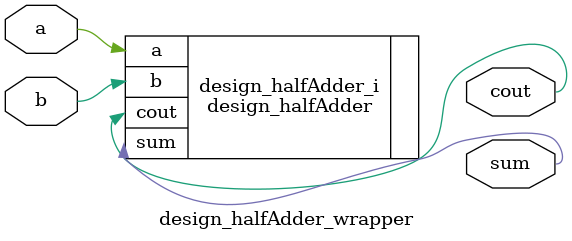
<source format=v>
`timescale 1 ps / 1 ps

module design_halfAdder_wrapper
   (a,
    b,
    cout,
    sum);
  input [0:0]a;
  input [0:0]b;
  output [0:0]cout;
  output [0:0]sum;

  wire [0:0]a;
  wire [0:0]b;
  wire [0:0]cout;
  wire [0:0]sum;

  design_halfAdder design_halfAdder_i
       (.a(a),
        .b(b),
        .cout(cout),
        .sum(sum));
endmodule

</source>
